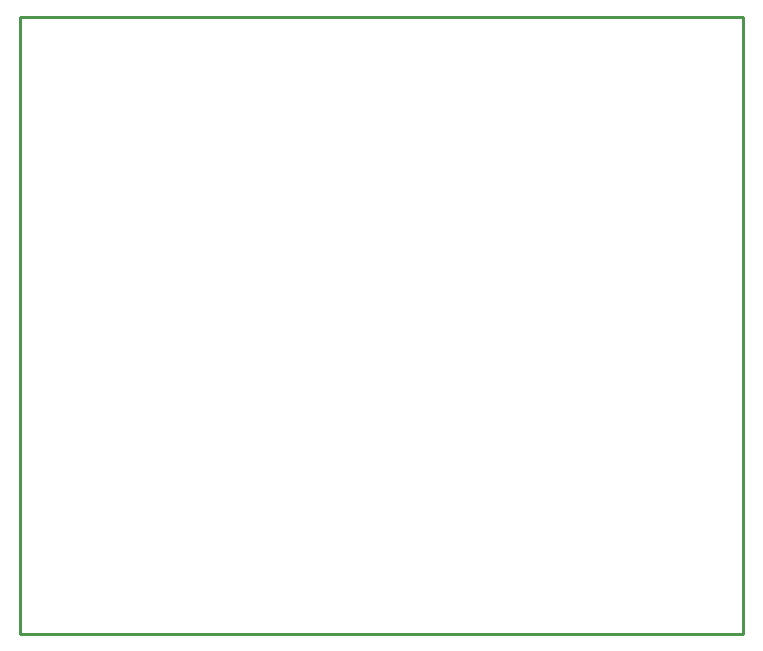
<source format=gko>
G04*
G04 #@! TF.GenerationSoftware,Altium Limited,Altium Designer,22.5.1 (42)*
G04*
G04 Layer_Color=16711935*
%FSLAX24Y24*%
%MOIN*%
G70*
G04*
G04 #@! TF.SameCoordinates,CA2130CD-DD2B-4D4C-96E1-355C1CFE4D94*
G04*
G04*
G04 #@! TF.FilePolarity,Positive*
G04*
G01*
G75*
%ADD13C,0.0100*%
D13*
X-250Y-250D02*
X23872D01*
X-250Y20329D02*
X23872D01*
Y-250D02*
Y20329D01*
X-250Y-250D02*
Y20329D01*
M02*

</source>
